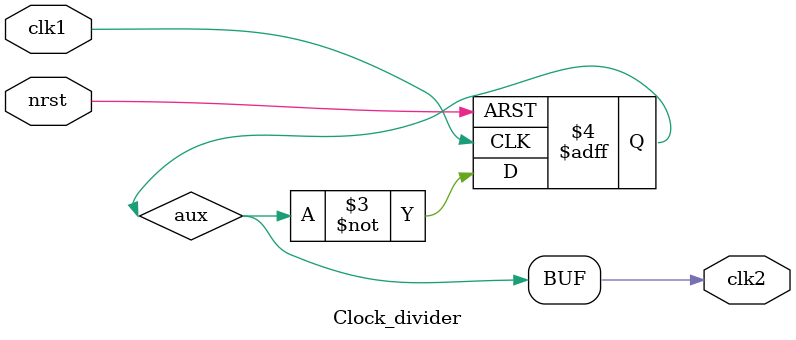
<source format=sv>

module SPDIF#(parameter WIDTH = 16)(
  			input logic     clk1,
  			input logic     clk2,
			input logic 	nrst,
  			input logic		data,             //data parallelo
  			//input logic 	[WIDTH-1:0] data, //data serial
			output logic 	dataDMC
);
  
    //Internals Variables
  logic data_first;
  
  always_ff @(posedge clk2 or posedge clk1 or negedge nrst) begin
    if (!nrst) begin
        data_first = 0;
    end
    else begin 
        data_first = dataDMC;
    end
	end
  
 	//Logical Next_State
  always_comb begin
  case(data)
        1: begin
          if (clk1 == 1 && clk2 == 1) begin
                dataDMC <= data_first;
            end
          else if (clk1 == 1 && clk2 == 0) begin
                dataDMC <= ~data_first;
            end
        end
        0: begin
          if (clk1 == 1 && clk2 == 1) begin
                dataDMC <= ~data_first;
            end
          else if (clk1 == 1 && clk2 == 0) begin
                dataDMC <= ~data_first;
            end
        end
        default: begin
            dataDMC <= 0;
        end
    endcase
  end

 
endmodule

//Module dividir signal Clock
module Clock_divider#(parameter WIDTH = 16)(
			input logic 	clk1,
  			input logic    nrst,
			output logic 	clk2
);
  logic aux;
  always_ff @(posedge clk1 or negedge nrst) begin

    if(~nrst) begin
      aux <= 0;
    end
    else begin
      aux = ~ aux;
    end
end
  assign clk2 = aux;
  
endmodule
</source>
